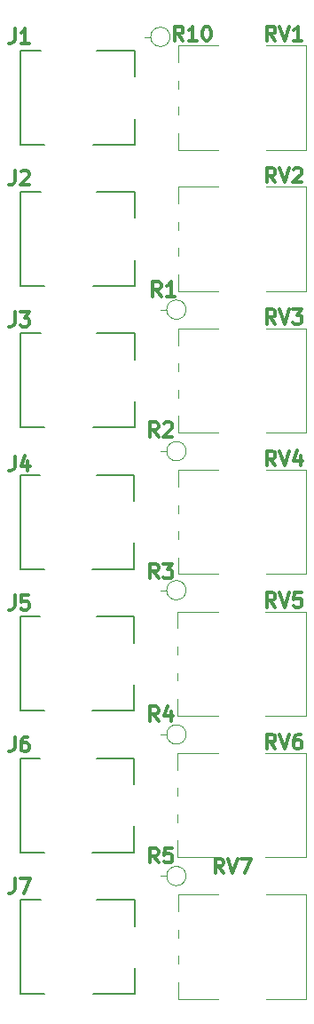
<source format=gto>
%TF.GenerationSoftware,KiCad,Pcbnew,(6.0.1)*%
%TF.CreationDate,2022-09-30T20:43:48-04:00*%
%TF.ProjectId,SYNTH-MIXER6-01,53594e54-482d-44d4-9958-4552362d3031,1*%
%TF.SameCoordinates,Original*%
%TF.FileFunction,Legend,Top*%
%TF.FilePolarity,Positive*%
%FSLAX46Y46*%
G04 Gerber Fmt 4.6, Leading zero omitted, Abs format (unit mm)*
G04 Created by KiCad (PCBNEW (6.0.1)) date 2022-09-30 20:43:48*
%MOMM*%
%LPD*%
G01*
G04 APERTURE LIST*
%ADD10C,0.304800*%
%ADD11C,0.120000*%
%ADD12C,0.200000*%
G04 APERTURE END LIST*
D10*
%TO.C,RV5*%
X26168452Y-62631976D02*
X25702785Y-61966738D01*
X25370166Y-62631976D02*
X25370166Y-61234976D01*
X25902357Y-61234976D01*
X26035404Y-61301500D01*
X26101928Y-61368023D01*
X26168452Y-61501071D01*
X26168452Y-61700642D01*
X26101928Y-61833690D01*
X26035404Y-61900214D01*
X25902357Y-61966738D01*
X25370166Y-61966738D01*
X26567595Y-61234976D02*
X27033261Y-62631976D01*
X27498928Y-61234976D01*
X28629833Y-61234976D02*
X27964595Y-61234976D01*
X27898071Y-61900214D01*
X27964595Y-61833690D01*
X28097642Y-61767166D01*
X28430261Y-61767166D01*
X28563309Y-61833690D01*
X28629833Y-61900214D01*
X28696357Y-62033261D01*
X28696357Y-62365880D01*
X28629833Y-62498928D01*
X28563309Y-62565452D01*
X28430261Y-62631976D01*
X28097642Y-62631976D01*
X27964595Y-62565452D01*
X27898071Y-62498928D01*
%TO.C,R4*%
X15017166Y-73484477D02*
X14551500Y-72819239D01*
X14218880Y-73484477D02*
X14218880Y-72087477D01*
X14751071Y-72087477D01*
X14884119Y-72154001D01*
X14950642Y-72220524D01*
X15017166Y-72353572D01*
X15017166Y-72553143D01*
X14950642Y-72686191D01*
X14884119Y-72752715D01*
X14751071Y-72819239D01*
X14218880Y-72819239D01*
X16214595Y-72553143D02*
X16214595Y-73484477D01*
X15881976Y-72020953D02*
X15549357Y-73018810D01*
X16414166Y-73018810D01*
%TO.C,RV1*%
X26168452Y-8631976D02*
X25702785Y-7966738D01*
X25370166Y-8631976D02*
X25370166Y-7234976D01*
X25902357Y-7234976D01*
X26035404Y-7301500D01*
X26101928Y-7368023D01*
X26168452Y-7501071D01*
X26168452Y-7700642D01*
X26101928Y-7833690D01*
X26035404Y-7900214D01*
X25902357Y-7966738D01*
X25370166Y-7966738D01*
X26567595Y-7234976D02*
X27033261Y-8631976D01*
X27498928Y-7234976D01*
X28696357Y-8631976D02*
X27898071Y-8631976D01*
X28297214Y-8631976D02*
X28297214Y-7234976D01*
X28164166Y-7434547D01*
X28031119Y-7567595D01*
X27898071Y-7634119D01*
%TO.C,RV3*%
X26168452Y-35634477D02*
X25702785Y-34969239D01*
X25370166Y-35634477D02*
X25370166Y-34237477D01*
X25902357Y-34237477D01*
X26035404Y-34304001D01*
X26101928Y-34370524D01*
X26168452Y-34503572D01*
X26168452Y-34703143D01*
X26101928Y-34836191D01*
X26035404Y-34902715D01*
X25902357Y-34969239D01*
X25370166Y-34969239D01*
X26567595Y-34237477D02*
X27033261Y-35634477D01*
X27498928Y-34237477D01*
X27831547Y-34237477D02*
X28696357Y-34237477D01*
X28230690Y-34769667D01*
X28430261Y-34769667D01*
X28563309Y-34836191D01*
X28629833Y-34902715D01*
X28696357Y-35035762D01*
X28696357Y-35368381D01*
X28629833Y-35501429D01*
X28563309Y-35567953D01*
X28430261Y-35634477D01*
X28031119Y-35634477D01*
X27898071Y-35567953D01*
X27831547Y-35501429D01*
%TO.C,J7*%
X1284333Y-88484976D02*
X1284333Y-89482833D01*
X1217809Y-89682404D01*
X1084761Y-89815452D01*
X885190Y-89881976D01*
X752142Y-89881976D01*
X1816523Y-88484976D02*
X2747857Y-88484976D01*
X2149142Y-89881976D01*
%TO.C,RV6*%
X26168452Y-76131976D02*
X25702785Y-75466738D01*
X25370166Y-76131976D02*
X25370166Y-74734976D01*
X25902357Y-74734976D01*
X26035404Y-74801500D01*
X26101928Y-74868023D01*
X26168452Y-75001071D01*
X26168452Y-75200642D01*
X26101928Y-75333690D01*
X26035404Y-75400214D01*
X25902357Y-75466738D01*
X25370166Y-75466738D01*
X26567595Y-74734976D02*
X27033261Y-76131976D01*
X27498928Y-74734976D01*
X28563309Y-74734976D02*
X28297214Y-74734976D01*
X28164166Y-74801500D01*
X28097642Y-74868023D01*
X27964595Y-75067595D01*
X27898071Y-75333690D01*
X27898071Y-75865880D01*
X27964595Y-75998928D01*
X28031119Y-76065452D01*
X28164166Y-76131976D01*
X28430261Y-76131976D01*
X28563309Y-76065452D01*
X28629833Y-75998928D01*
X28696357Y-75865880D01*
X28696357Y-75533261D01*
X28629833Y-75400214D01*
X28563309Y-75333690D01*
X28430261Y-75267166D01*
X28164166Y-75267166D01*
X28031119Y-75333690D01*
X27964595Y-75400214D01*
X27898071Y-75533261D01*
%TO.C,J5*%
X1284333Y-61484976D02*
X1284333Y-62482833D01*
X1217809Y-62682404D01*
X1084761Y-62815452D01*
X885190Y-62881976D01*
X752142Y-62881976D01*
X2614809Y-61484976D02*
X1949571Y-61484976D01*
X1883047Y-62150214D01*
X1949571Y-62083690D01*
X2082619Y-62017166D01*
X2415238Y-62017166D01*
X2548285Y-62083690D01*
X2614809Y-62150214D01*
X2681333Y-62283261D01*
X2681333Y-62615880D01*
X2614809Y-62748928D01*
X2548285Y-62815452D01*
X2415238Y-62881976D01*
X2082619Y-62881976D01*
X1949571Y-62815452D01*
X1883047Y-62748928D01*
%TO.C,J6*%
X1284333Y-74984976D02*
X1284333Y-75982833D01*
X1217809Y-76182404D01*
X1084761Y-76315452D01*
X885190Y-76381976D01*
X752142Y-76381976D01*
X2548285Y-74984976D02*
X2282190Y-74984976D01*
X2149142Y-75051500D01*
X2082619Y-75118023D01*
X1949571Y-75317595D01*
X1883047Y-75583690D01*
X1883047Y-76115880D01*
X1949571Y-76248928D01*
X2016095Y-76315452D01*
X2149142Y-76381976D01*
X2415238Y-76381976D01*
X2548285Y-76315452D01*
X2614809Y-76248928D01*
X2681333Y-76115880D01*
X2681333Y-75783261D01*
X2614809Y-75650214D01*
X2548285Y-75583690D01*
X2415238Y-75517166D01*
X2149142Y-75517166D01*
X2016095Y-75583690D01*
X1949571Y-75650214D01*
X1883047Y-75783261D01*
%TO.C,R10*%
X17351928Y-8631976D02*
X16886261Y-7966738D01*
X16553642Y-8631976D02*
X16553642Y-7234976D01*
X17085833Y-7234976D01*
X17218880Y-7301500D01*
X17285404Y-7368023D01*
X17351928Y-7501071D01*
X17351928Y-7700642D01*
X17285404Y-7833690D01*
X17218880Y-7900214D01*
X17085833Y-7966738D01*
X16553642Y-7966738D01*
X18682404Y-8631976D02*
X17884119Y-8631976D01*
X18283261Y-8631976D02*
X18283261Y-7234976D01*
X18150214Y-7434547D01*
X18017166Y-7567595D01*
X17884119Y-7634119D01*
X19547214Y-7234976D02*
X19680261Y-7234976D01*
X19813309Y-7301500D01*
X19879833Y-7368023D01*
X19946357Y-7501071D01*
X20012880Y-7767166D01*
X20012880Y-8099785D01*
X19946357Y-8365880D01*
X19879833Y-8498928D01*
X19813309Y-8565452D01*
X19680261Y-8631976D01*
X19547214Y-8631976D01*
X19414166Y-8565452D01*
X19347642Y-8498928D01*
X19281119Y-8365880D01*
X19214595Y-8099785D01*
X19214595Y-7767166D01*
X19281119Y-7501071D01*
X19347642Y-7368023D01*
X19414166Y-7301500D01*
X19547214Y-7234976D01*
%TO.C,RV7*%
X21218452Y-87984477D02*
X20752785Y-87319239D01*
X20420166Y-87984477D02*
X20420166Y-86587477D01*
X20952357Y-86587477D01*
X21085404Y-86654001D01*
X21151928Y-86720524D01*
X21218452Y-86853572D01*
X21218452Y-87053143D01*
X21151928Y-87186191D01*
X21085404Y-87252715D01*
X20952357Y-87319239D01*
X20420166Y-87319239D01*
X21617595Y-86587477D02*
X22083261Y-87984477D01*
X22548928Y-86587477D01*
X22881547Y-86587477D02*
X23812880Y-86587477D01*
X23214166Y-87984477D01*
%TO.C,R5*%
X15017166Y-86984477D02*
X14551500Y-86319239D01*
X14218880Y-86984477D02*
X14218880Y-85587477D01*
X14751071Y-85587477D01*
X14884119Y-85654001D01*
X14950642Y-85720524D01*
X15017166Y-85853572D01*
X15017166Y-86053143D01*
X14950642Y-86186191D01*
X14884119Y-86252715D01*
X14751071Y-86319239D01*
X14218880Y-86319239D01*
X16281119Y-85587477D02*
X15615880Y-85587477D01*
X15549357Y-86252715D01*
X15615880Y-86186191D01*
X15748928Y-86119667D01*
X16081547Y-86119667D01*
X16214595Y-86186191D01*
X16281119Y-86252715D01*
X16347642Y-86385762D01*
X16347642Y-86718381D01*
X16281119Y-86851429D01*
X16214595Y-86917953D01*
X16081547Y-86984477D01*
X15748928Y-86984477D01*
X15615880Y-86917953D01*
X15549357Y-86851429D01*
%TO.C,J2*%
X1284333Y-20984976D02*
X1284333Y-21982833D01*
X1217809Y-22182404D01*
X1084761Y-22315452D01*
X885190Y-22381976D01*
X752142Y-22381976D01*
X1883047Y-21118023D02*
X1949571Y-21051500D01*
X2082619Y-20984976D01*
X2415238Y-20984976D01*
X2548285Y-21051500D01*
X2614809Y-21118023D01*
X2681333Y-21251071D01*
X2681333Y-21384119D01*
X2614809Y-21583690D01*
X1816523Y-22381976D01*
X2681333Y-22381976D01*
%TO.C,J1*%
X1284333Y-7484976D02*
X1284333Y-8482833D01*
X1217809Y-8682404D01*
X1084761Y-8815452D01*
X885190Y-8881976D01*
X752142Y-8881976D01*
X2681333Y-8881976D02*
X1883047Y-8881976D01*
X2282190Y-8881976D02*
X2282190Y-7484976D01*
X2149142Y-7684547D01*
X2016095Y-7817595D01*
X1883047Y-7884119D01*
%TO.C,R3*%
X15017166Y-59881976D02*
X14551500Y-59216738D01*
X14218880Y-59881976D02*
X14218880Y-58484976D01*
X14751071Y-58484976D01*
X14884119Y-58551500D01*
X14950642Y-58618023D01*
X15017166Y-58751071D01*
X15017166Y-58950642D01*
X14950642Y-59083690D01*
X14884119Y-59150214D01*
X14751071Y-59216738D01*
X14218880Y-59216738D01*
X15482833Y-58484976D02*
X16347642Y-58484976D01*
X15881976Y-59017166D01*
X16081547Y-59017166D01*
X16214595Y-59083690D01*
X16281119Y-59150214D01*
X16347642Y-59283261D01*
X16347642Y-59615880D01*
X16281119Y-59748928D01*
X16214595Y-59815452D01*
X16081547Y-59881976D01*
X15682404Y-59881976D01*
X15549357Y-59815452D01*
X15482833Y-59748928D01*
%TO.C,J4*%
X1284333Y-48234976D02*
X1284333Y-49232833D01*
X1217809Y-49432404D01*
X1084761Y-49565452D01*
X885190Y-49631976D01*
X752142Y-49631976D01*
X2548285Y-48700642D02*
X2548285Y-49631976D01*
X2215666Y-48168452D02*
X1883047Y-49166309D01*
X2747857Y-49166309D01*
%TO.C,RV2*%
X26168452Y-22131976D02*
X25702785Y-21466738D01*
X25370166Y-22131976D02*
X25370166Y-20734976D01*
X25902357Y-20734976D01*
X26035404Y-20801500D01*
X26101928Y-20868023D01*
X26168452Y-21001071D01*
X26168452Y-21200642D01*
X26101928Y-21333690D01*
X26035404Y-21400214D01*
X25902357Y-21466738D01*
X25370166Y-21466738D01*
X26567595Y-20734976D02*
X27033261Y-22131976D01*
X27498928Y-20734976D01*
X27898071Y-20868023D02*
X27964595Y-20801500D01*
X28097642Y-20734976D01*
X28430261Y-20734976D01*
X28563309Y-20801500D01*
X28629833Y-20868023D01*
X28696357Y-21001071D01*
X28696357Y-21134119D01*
X28629833Y-21333690D01*
X27831547Y-22131976D01*
X28696357Y-22131976D01*
%TO.C,R1*%
X15267166Y-32984477D02*
X14801500Y-32319239D01*
X14468880Y-32984477D02*
X14468880Y-31587477D01*
X15001071Y-31587477D01*
X15134119Y-31654001D01*
X15200642Y-31720524D01*
X15267166Y-31853572D01*
X15267166Y-32053143D01*
X15200642Y-32186191D01*
X15134119Y-32252715D01*
X15001071Y-32319239D01*
X14468880Y-32319239D01*
X16597642Y-32984477D02*
X15799357Y-32984477D01*
X16198500Y-32984477D02*
X16198500Y-31587477D01*
X16065452Y-31787048D01*
X15932404Y-31920096D01*
X15799357Y-31986620D01*
%TO.C,RV4*%
X26168452Y-49134477D02*
X25702785Y-48469239D01*
X25370166Y-49134477D02*
X25370166Y-47737477D01*
X25902357Y-47737477D01*
X26035404Y-47804001D01*
X26101928Y-47870524D01*
X26168452Y-48003572D01*
X26168452Y-48203143D01*
X26101928Y-48336191D01*
X26035404Y-48402715D01*
X25902357Y-48469239D01*
X25370166Y-48469239D01*
X26567595Y-47737477D02*
X27033261Y-49134477D01*
X27498928Y-47737477D01*
X28563309Y-48203143D02*
X28563309Y-49134477D01*
X28230690Y-47670953D02*
X27898071Y-48668810D01*
X28762880Y-48668810D01*
%TO.C,R2*%
X15017166Y-46381976D02*
X14551500Y-45716738D01*
X14218880Y-46381976D02*
X14218880Y-44984976D01*
X14751071Y-44984976D01*
X14884119Y-45051500D01*
X14950642Y-45118023D01*
X15017166Y-45251071D01*
X15017166Y-45450642D01*
X14950642Y-45583690D01*
X14884119Y-45650214D01*
X14751071Y-45716738D01*
X14218880Y-45716738D01*
X15549357Y-45118023D02*
X15615880Y-45051500D01*
X15748928Y-44984976D01*
X16081547Y-44984976D01*
X16214595Y-45051500D01*
X16281119Y-45118023D01*
X16347642Y-45251071D01*
X16347642Y-45384119D01*
X16281119Y-45583690D01*
X15482833Y-46381976D01*
X16347642Y-46381976D01*
%TO.C,J3*%
X1284333Y-34484976D02*
X1284333Y-35482833D01*
X1217809Y-35682404D01*
X1084761Y-35815452D01*
X885190Y-35881976D01*
X752142Y-35881976D01*
X1816523Y-34484976D02*
X2681333Y-34484976D01*
X2215666Y-35017166D01*
X2415238Y-35017166D01*
X2548285Y-35083690D01*
X2614809Y-35150214D01*
X2681333Y-35283261D01*
X2681333Y-35615880D01*
X2614809Y-35748928D01*
X2548285Y-35815452D01*
X2415238Y-35881976D01*
X2016095Y-35881976D01*
X1883047Y-35815452D01*
X1816523Y-35748928D01*
D11*
%TO.C,RV5*%
X16830000Y-63032501D02*
X20695000Y-63032501D01*
X16830000Y-71372501D02*
X16830000Y-72972501D01*
X16830000Y-66373501D02*
X16830000Y-67132501D01*
X25205000Y-72972501D02*
X29070000Y-72972501D01*
X29070000Y-63032501D02*
X29070000Y-72972501D01*
X16830000Y-63032501D02*
X16830000Y-64631501D01*
X16830000Y-68873501D02*
X16830000Y-69632501D01*
X25205000Y-63032501D02*
X29070000Y-63032501D01*
X16830000Y-72972501D02*
X20695000Y-72972501D01*
%TO.C,R4*%
X15800000Y-74752501D02*
X15180000Y-74752501D01*
X17640000Y-74752501D02*
G75*
G03*
X17640000Y-74752501I-920000J0D01*
G01*
%TO.C,RV1*%
X16880000Y-19022501D02*
X20745000Y-19022501D01*
X29120000Y-9082501D02*
X29120000Y-19022501D01*
X16880000Y-9082501D02*
X16880000Y-10681501D01*
X16880000Y-14923501D02*
X16880000Y-15682501D01*
X16880000Y-12423501D02*
X16880000Y-13182501D01*
X25255000Y-19022501D02*
X29120000Y-19022501D01*
X16880000Y-9082501D02*
X20745000Y-9082501D01*
X25255000Y-9082501D02*
X29120000Y-9082501D01*
X16880000Y-17422501D02*
X16880000Y-19022501D01*
%TO.C,RV3*%
X16880000Y-44372501D02*
X16880000Y-45972501D01*
X16880000Y-41873501D02*
X16880000Y-42632501D01*
X25255000Y-45972501D02*
X29120000Y-45972501D01*
X16880000Y-36032501D02*
X20745000Y-36032501D01*
X29120000Y-36032501D02*
X29120000Y-45972501D01*
X16880000Y-36032501D02*
X16880000Y-37631501D01*
X16880000Y-39373501D02*
X16880000Y-40132501D01*
X25255000Y-36032501D02*
X29120000Y-36032501D01*
X16880000Y-45972501D02*
X20745000Y-45972501D01*
D12*
%TO.C,J7*%
X1850000Y-99502501D02*
X4150000Y-99502501D01*
X1850000Y-90502501D02*
X3750000Y-90502501D01*
X12750000Y-90502501D02*
X9150000Y-90502501D01*
X12750000Y-90502501D02*
X12750000Y-93002501D01*
X1850000Y-90502501D02*
X1850000Y-99502501D01*
X12750000Y-99502501D02*
X12750000Y-97002501D01*
X12750000Y-99502501D02*
X8750000Y-99502501D01*
D11*
%TO.C,RV6*%
X16830000Y-76532501D02*
X20695000Y-76532501D01*
X25205000Y-86472501D02*
X29070000Y-86472501D01*
X25205000Y-76532501D02*
X29070000Y-76532501D01*
X16830000Y-84872501D02*
X16830000Y-86472501D01*
X29070000Y-76532501D02*
X29070000Y-86472501D01*
X16830000Y-76532501D02*
X16830000Y-78131501D01*
X16830000Y-79873501D02*
X16830000Y-80632501D01*
X16830000Y-86472501D02*
X20695000Y-86472501D01*
X16830000Y-82373501D02*
X16830000Y-83132501D01*
D12*
%TO.C,J5*%
X12700000Y-72502501D02*
X12700000Y-70002501D01*
X1800000Y-63502501D02*
X3700000Y-63502501D01*
X12700000Y-63502501D02*
X12700000Y-66002501D01*
X12700000Y-72502501D02*
X8700000Y-72502501D01*
X12700000Y-63502501D02*
X9100000Y-63502501D01*
X1800000Y-72502501D02*
X4100000Y-72502501D01*
X1800000Y-63502501D02*
X1800000Y-72502501D01*
%TO.C,J6*%
X1800000Y-77002501D02*
X1800000Y-86002501D01*
X12700000Y-77002501D02*
X9100000Y-77002501D01*
X1800000Y-86002501D02*
X4100000Y-86002501D01*
X12700000Y-86002501D02*
X12700000Y-83502501D01*
X12700000Y-86002501D02*
X8700000Y-86002501D01*
X1800000Y-77002501D02*
X3700000Y-77002501D01*
X12700000Y-77002501D02*
X12700000Y-79502501D01*
D11*
%TO.C,R10*%
X14270000Y-8250000D02*
X13650000Y-8250000D01*
X16110000Y-8250000D02*
G75*
G03*
X16110000Y-8250000I-920000J0D01*
G01*
%TO.C,RV7*%
X16880000Y-99972501D02*
X20745000Y-99972501D01*
X16880000Y-90032501D02*
X16880000Y-91631501D01*
X16880000Y-93373501D02*
X16880000Y-94132501D01*
X16880000Y-90032501D02*
X20745000Y-90032501D01*
X25255000Y-99972501D02*
X29120000Y-99972501D01*
X16880000Y-95873501D02*
X16880000Y-96632501D01*
X25255000Y-90032501D02*
X29120000Y-90032501D01*
X16880000Y-98372501D02*
X16880000Y-99972501D01*
X29120000Y-90032501D02*
X29120000Y-99972501D01*
%TO.C,R5*%
X15800000Y-88252501D02*
X15180000Y-88252501D01*
X17640000Y-88252501D02*
G75*
G03*
X17640000Y-88252501I-920000J0D01*
G01*
D12*
%TO.C,J2*%
X12750000Y-32002501D02*
X12750000Y-29502501D01*
X12750000Y-23002501D02*
X12750000Y-25502501D01*
X1850000Y-23002501D02*
X1850000Y-32002501D01*
X1850000Y-32002501D02*
X4150000Y-32002501D01*
X12750000Y-32002501D02*
X8750000Y-32002501D01*
X1850000Y-23002501D02*
X3750000Y-23002501D01*
X12750000Y-23002501D02*
X9150000Y-23002501D01*
%TO.C,J1*%
X1850000Y-9552501D02*
X1850000Y-18552501D01*
X12750000Y-18552501D02*
X8750000Y-18552501D01*
X12750000Y-18552501D02*
X12750000Y-16052501D01*
X12750000Y-9552501D02*
X12750000Y-12052501D01*
X1850000Y-9552501D02*
X3750000Y-9552501D01*
X12750000Y-9552501D02*
X9150000Y-9552501D01*
X1850000Y-18552501D02*
X4150000Y-18552501D01*
D11*
%TO.C,R3*%
X15800000Y-61002501D02*
X15180000Y-61002501D01*
X17640000Y-61002501D02*
G75*
G03*
X17640000Y-61002501I-920000J0D01*
G01*
D12*
%TO.C,J4*%
X1800000Y-50002501D02*
X1800000Y-59002501D01*
X1800000Y-59002501D02*
X4100000Y-59002501D01*
X1800000Y-50002501D02*
X3700000Y-50002501D01*
X12700000Y-50002501D02*
X12700000Y-52502501D01*
X12700000Y-50002501D02*
X9100000Y-50002501D01*
X12700000Y-59002501D02*
X8700000Y-59002501D01*
X12700000Y-59002501D02*
X12700000Y-56502501D01*
D11*
%TO.C,RV2*%
X16880000Y-32472501D02*
X20745000Y-32472501D01*
X25255000Y-22532501D02*
X29120000Y-22532501D01*
X16880000Y-30872501D02*
X16880000Y-32472501D01*
X16880000Y-22532501D02*
X20745000Y-22532501D01*
X16880000Y-25873501D02*
X16880000Y-26632501D01*
X25255000Y-32472501D02*
X29120000Y-32472501D01*
X29120000Y-22532501D02*
X29120000Y-32472501D01*
X16880000Y-22532501D02*
X16880000Y-24131501D01*
X16880000Y-28373501D02*
X16880000Y-29132501D01*
%TO.C,R1*%
X15800000Y-34252501D02*
X15180000Y-34252501D01*
X17640000Y-34252501D02*
G75*
G03*
X17640000Y-34252501I-920000J0D01*
G01*
%TO.C,RV4*%
X16880000Y-52873501D02*
X16880000Y-53632501D01*
X25255000Y-49532501D02*
X29120000Y-49532501D01*
X29120000Y-49532501D02*
X29120000Y-59472501D01*
X25255000Y-59472501D02*
X29120000Y-59472501D01*
X16880000Y-55373501D02*
X16880000Y-56132501D01*
X16880000Y-49532501D02*
X16880000Y-51131501D01*
X16880000Y-57872501D02*
X16880000Y-59472501D01*
X16880000Y-49532501D02*
X20745000Y-49532501D01*
X16880000Y-59472501D02*
X20745000Y-59472501D01*
%TO.C,R2*%
X15800000Y-47752501D02*
X15180000Y-47752501D01*
X17640000Y-47752501D02*
G75*
G03*
X17640000Y-47752501I-920000J0D01*
G01*
D12*
%TO.C,J3*%
X12750000Y-45502501D02*
X8750000Y-45502501D01*
X12750000Y-45502501D02*
X12750000Y-43002501D01*
X12750000Y-36502501D02*
X9150000Y-36502501D01*
X12750000Y-36502501D02*
X12750000Y-39002501D01*
X1850000Y-36502501D02*
X1850000Y-45502501D01*
X1850000Y-36502501D02*
X3750000Y-36502501D01*
X1850000Y-45502501D02*
X4150000Y-45502501D01*
%TD*%
M02*

</source>
